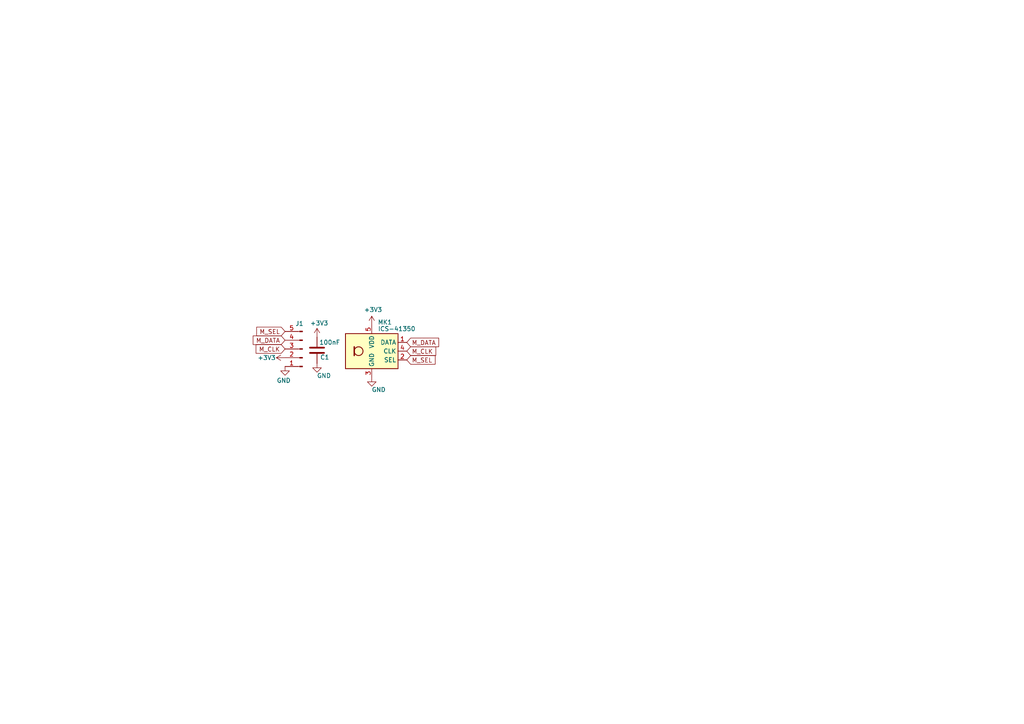
<source format=kicad_sch>
(kicad_sch (version 20230121) (generator eeschema)
  (paper "A4")
  (lib_symbols
    (symbol "Connector:Conn_01x05_Pin" (pin_names (offset 1.016) hide)
      (property "Reference" "J" (at 0 7.62 0))
      (property "Value" "Conn_01x05_Pin" (at 0 -7.62 0))
      (symbol "Conn_01x05_Pin_1_1"
        (polyline (pts (xy 1.27 -5.08) (xy 0.8636 -5.08)) (stroke (width 0.1524)))
        (polyline (pts (xy 1.27 -2.54) (xy 0.8636 -2.54)) (stroke (width 0.1524)))
        (polyline (pts (xy 1.27 0) (xy 0.8636 0)) (stroke (width 0.1524)))
        (polyline (pts (xy 1.27 2.54) (xy 0.8636 2.54)) (stroke (width 0.1524)))
        (polyline (pts (xy 1.27 5.08) (xy 0.8636 5.08)) (stroke (width 0.1524)))
        (rectangle (start 0.8636 -4.953) (end 0 -5.207) (stroke (width 0.1524)) (fill (type outline)))
        (rectangle (start 0.8636 -2.413) (end 0 -2.667) (stroke (width 0.1524)) (fill (type outline)))
        (rectangle (start 0.8636 0.127) (end 0 -0.127) (stroke (width 0.1524)) (fill (type outline)))
        (rectangle (start 0.8636 2.667) (end 0 2.413) (stroke (width 0.1524)) (fill (type outline)))
        (rectangle (start 0.8636 5.207) (end 0 4.953) (stroke (width 0.1524)) (fill (type outline)))
        (pin passive line (at 5.08 5.08 180) (length 3.81) (name "Pin_1") (number "1"))
        (pin passive line (at 5.08 2.54 180) (length 3.81) (name "Pin_2") (number "2"))
        (pin passive line (at 5.08 0 180) (length 3.81) (name "Pin_3") (number "3"))
        (pin passive line (at 5.08 -2.54 180) (length 3.81) (name "Pin_4") (number "4"))
        (pin passive line (at 5.08 -5.08 180) (length 3.81) (name "Pin_5") (number "5"))
      )
    )
    (symbol "Device:C" (pin_numbers hide) (pin_names (offset 0.254))
      (property "Reference" "C" (at 0.635 2.54 0))
      (property "Value" "C" (at 0.635 -2.54 0))
      (symbol "C_0_1"
        (polyline (pts (xy -2.032 -0.762) (xy 2.032 -0.762)) (stroke (width 0.508)))
        (polyline (pts (xy -2.032 0.762) (xy 2.032 0.762)) (stroke (width 0.508)))
      )
      (symbol "C_1_1"
        (pin passive line (at 0 3.81 270) (length 2.794) (name "~") (number "1"))
        (pin passive line (at 0 -3.81 90) (length 2.794) (name "~") (number "2"))
      )
    )
    (symbol "SPH0645LM4H_1"
      (property "Reference" "MK2" (at 2.1941 10.287 0))
      (property "Value" "ICS-41350" (at 2.1941 7.747 0))
      (symbol "SPH0645LM4H_1_1_1"
        (rectangle (start -7.62 5.08) (end 7.62 -5.08) (stroke (width 0.254)) (fill (type background)))
        (circle (center -3.81 0) (radius 1.27) (stroke (width 0.254)))
        (polyline (pts (xy -5.08 1.27) (xy -5.08 -1.27)) (stroke (width 0.381)))
        (pin input line (at 10.16 2.54 180) (length 2.54) (name "DATA") (number "1"))
        (pin input line (at 10.16 -2.54 180) (length 2.54) (name "SEL") (number "2"))
        (pin power_in line (at 0 -7.62 90) (length 2.54) (name "GND") (number "3"))
        (pin input line (at 10.16 0 180) (length 2.54) (name "CLK") (number "4"))
        (pin power_in line (at 0 7.62 270) (length 2.54) (name "VDD") (number "5"))
      )
    )
    (symbol "power:+3V3" (power) (pin_names (offset 0))
      (property "Value" "+3V3" (at 0 3.556 0))
      (symbol "+3V3_0_1"
        (polyline (pts (xy -0.762 1.27) (xy 0 2.54)))
        (polyline (pts (xy 0 0) (xy 0 2.54)))
        (polyline (pts (xy 0 2.54) (xy 0.762 1.27)))
      )
      (symbol "+3V3_1_1"
        (pin power_in line (at 0 0 90) (length 0) hide (name "+3V3") (number "1"))
      )
    )
    (symbol "power:GND" (power) (pin_names (offset 0))
      (property "Value" "GND" (at 0 -3.81 0))
      (symbol "GND_0_1"
        (polyline (pts (xy 0 0) (xy 0 -1.27) (xy 1.27 -1.27) (xy 0 -2.54) (xy -1.27 -1.27) (xy 0 -1.27)))
      )
      (symbol "GND_1_1"
        (pin power_in line (at 0 0 270) (length 0) hide (name "GND") (number "1"))
      )
    )
  )
  (global_label "M_SEL" (shape input) (at 82.677 96.139 180) (property "Intersheetrefs" "${INTERSHEET_REFS}" (effects hide)))
  (global_label "M_CLK" (shape input) (at 117.983 101.854 0) (property "Intersheetrefs" "${INTERSHEET_REFS}" (effects hide)))
  (global_label "M_DATA" (shape input) (at 82.677 98.679 180) (property "Intersheetrefs" "${INTERSHEET_REFS}" (effects hide)))
  (global_label "M_CLK" (shape input) (at 82.677 101.219 180) (property "Intersheetrefs" "${INTERSHEET_REFS}" (effects hide)))
  (global_label "M_SEL" (shape input) (at 117.983 104.394 0) (property "Intersheetrefs" "${INTERSHEET_REFS}" (effects hide)))
  (global_label "M_DATA" (shape input) (at 117.983 99.314 0) (property "Intersheetrefs" "${INTERSHEET_REFS}" (effects hide)))
  (symbol (lib_id "Device:C") (at 91.948 101.6 0) (mirror x) (unit 1)
    (property "Reference" "C1" (at 92.837 103.632 0) (effects (justify left)))
    (property "Value" "100nF" (at 92.583 99.314 0) (effects (justify left)))
  )
  (symbol (lib_id "Connector:Conn_01x05_Pin") (at 87.757 101.219 180) (unit 1)
    (property "Reference" "J1" (at 86.868 93.853 0))
    (property "Value" "Conn_01x05_Pin" (effects hide))
  )
  (symbol (lib_id "power:+3V3") (at 107.823 94.234 0) (unit 1)
    (property "Reference" "#PWR01" (effects hide))
    (property "Value" "+3V3" (at 108.204 89.8398 0))
  )
  (symbol (lib_name "SPH0645LM4H_1") (lib_id "Sensor_Audio:SPH0645LM4H") (at 107.823 101.854 0) (unit 1)
    (property "Reference" "MK1" (at 109.5659 93.472 0) (effects (justify left)))
    (property "Value" "ICS-41350" (at 109.601 95.377 0) (effects (justify left)))
    (property "Footprint" "Sensor_Audio:Knowles_SPH0645LM4H-6_3.5x2.65mm" (effects hide))
    (property "Datasheet" "https://www.knowles.com/docs/default-source/default-document-library/sph0645lm4h-1-datasheet.pdf" (effects hide))
  )
  (symbol (lib_id "power:+3V3") (at 82.677 103.759 90) (unit 1)
    (property "Reference" "#PWR06" (effects hide))
    (property "Value" "+3V3" (at 77.343 103.759 90))
  )
  (symbol (lib_id "power:+3V3") (at 91.948 97.79 0) (unit 1)
    (property "Reference" "#PWR04" (effects hide))
    (property "Value" "+3V3" (at 92.583 93.726 0))
  )
  (symbol (lib_id "power:GND") (at 91.948 105.41 0) (mirror y) (unit 1)
    (property "Reference" "#PWR03" (effects hide))
    (property "Value" "GND" (at 96.012 108.966 0) (effects (justify left)))
  )
  (symbol (lib_id "power:GND") (at 82.677 106.299 0) (mirror y) (unit 1)
    (property "Reference" "#PWR05" (effects hide))
    (property "Value" "GND" (at 84.328 110.363 0) (effects (justify left)))
  )
  (symbol (lib_id "power:GND") (at 107.823 109.474 0) (mirror y) (unit 1)
    (property "Reference" "#PWR02" (effects hide))
    (property "Value" "GND" (at 111.887 113.03 0) (effects (justify left)))
  )
)
</source>
